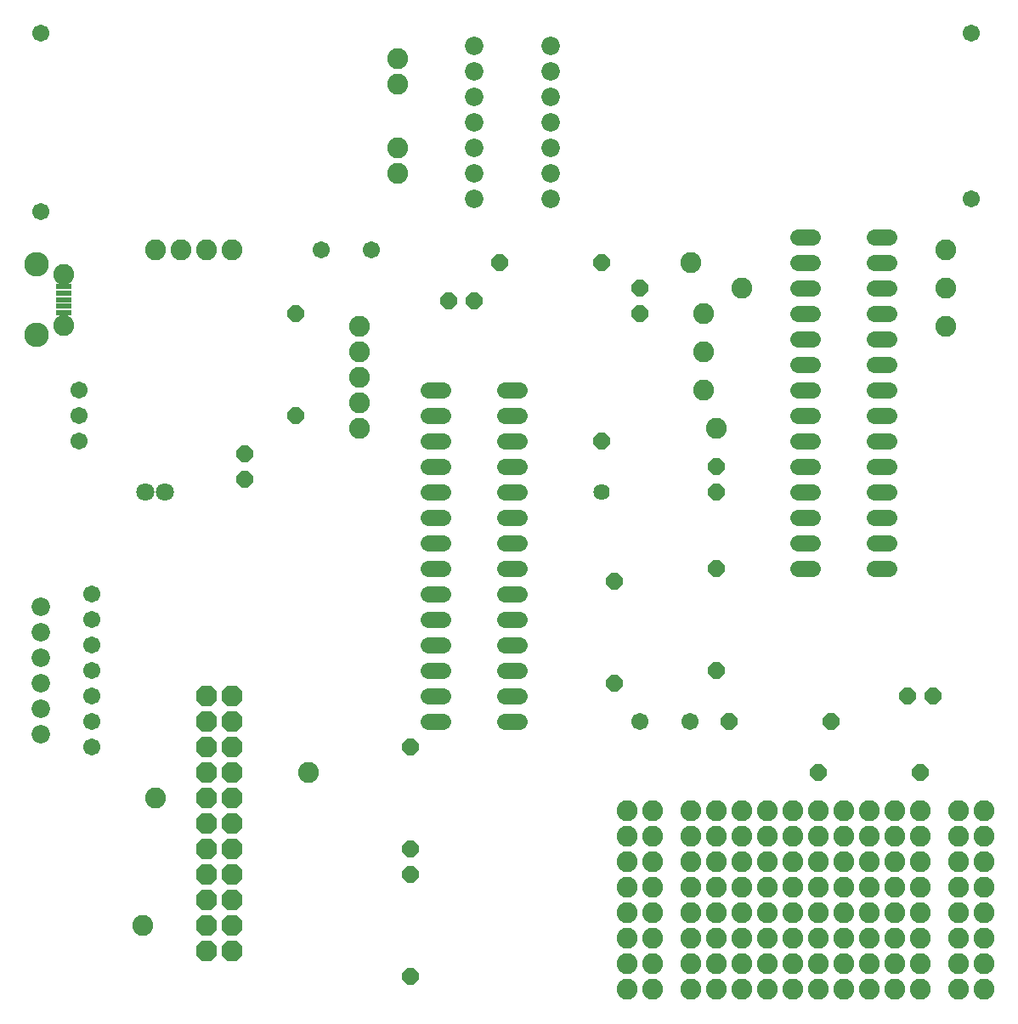
<source format=gbr>
G04 EAGLE Gerber RS-274X export*
G75*
%MOMM*%
%FSLAX34Y34*%
%LPD*%
%INSoldermask Top*%
%IPPOS*%
%AMOC8*
5,1,8,0,0,1.08239X$1,22.5*%
G01*
%ADD10C,1.703200*%
%ADD11C,1.625600*%
%ADD12R,1.553200X0.603200*%
%ADD13C,2.078200*%
%ADD14C,2.453200*%
%ADD15C,1.803200*%
%ADD16C,1.712800*%
%ADD17C,2.082800*%
%ADD18P,1.759533X8X22.500000*%
%ADD19P,1.759533X8X112.500000*%
%ADD20P,1.759533X8X292.500000*%
%ADD21C,1.625600*%
%ADD22C,1.832800*%
%ADD23P,1.759533X8X202.500000*%
%ADD24P,2.254402X8X112.500000*%


D10*
X38100Y800100D03*
X38100Y977900D03*
X965200Y977900D03*
X965200Y812800D03*
D11*
X438912Y622300D02*
X424688Y622300D01*
X424688Y596900D02*
X438912Y596900D01*
X438912Y571500D02*
X424688Y571500D01*
X424688Y546100D02*
X438912Y546100D01*
X438912Y520700D02*
X424688Y520700D01*
X424688Y495300D02*
X438912Y495300D01*
X438912Y469900D02*
X424688Y469900D01*
X424688Y444500D02*
X438912Y444500D01*
X438912Y419100D02*
X424688Y419100D01*
X424688Y393700D02*
X438912Y393700D01*
X438912Y368300D02*
X424688Y368300D01*
X424688Y342900D02*
X438912Y342900D01*
X438912Y317500D02*
X424688Y317500D01*
X424688Y292100D02*
X438912Y292100D01*
X500888Y292100D02*
X515112Y292100D01*
X515112Y317500D02*
X500888Y317500D01*
X500888Y342900D02*
X515112Y342900D01*
X515112Y368300D02*
X500888Y368300D01*
X500888Y393700D02*
X515112Y393700D01*
X515112Y419100D02*
X500888Y419100D01*
X500888Y444500D02*
X515112Y444500D01*
X515112Y469900D02*
X500888Y469900D01*
X500888Y495300D02*
X515112Y495300D01*
X515112Y520700D02*
X500888Y520700D01*
X500888Y546100D02*
X515112Y546100D01*
X515112Y571500D02*
X500888Y571500D01*
X500888Y596900D02*
X515112Y596900D01*
X515112Y622300D02*
X500888Y622300D01*
D12*
X61290Y725470D03*
X61290Y718970D03*
X61290Y712470D03*
X61290Y705970D03*
X61290Y699470D03*
D13*
X61290Y737870D03*
X61290Y687070D03*
D14*
X34290Y747470D03*
X34290Y677470D03*
D15*
X142400Y520700D03*
X162400Y520700D03*
D16*
X76200Y571900D03*
X76200Y596900D03*
X76200Y621900D03*
D17*
X152400Y762000D03*
X177800Y762000D03*
X203200Y762000D03*
X228600Y762000D03*
D18*
X444500Y711200D03*
X469900Y711200D03*
X495300Y749300D03*
X596900Y749300D03*
D17*
X355600Y685800D03*
X355600Y660400D03*
X355600Y635000D03*
X355600Y609600D03*
X355600Y584200D03*
D16*
X317900Y762000D03*
X367900Y762000D03*
D19*
X292100Y596900D03*
X292100Y698500D03*
D20*
X635000Y723900D03*
X635000Y698500D03*
D21*
X596900Y520700D03*
D19*
X596900Y571500D03*
D20*
X711200Y546100D03*
X711200Y520700D03*
D22*
X38100Y279400D03*
X38100Y304800D03*
X38100Y330200D03*
X38100Y355600D03*
X38100Y381000D03*
X38100Y406400D03*
D16*
X88900Y266700D03*
X88900Y292100D03*
X88900Y317500D03*
X88900Y342900D03*
X88900Y368300D03*
X88900Y393700D03*
X88900Y419100D03*
D11*
X792988Y774700D02*
X807212Y774700D01*
X807212Y749300D02*
X792988Y749300D01*
X792988Y723900D02*
X807212Y723900D01*
X807212Y698500D02*
X792988Y698500D01*
X792988Y673100D02*
X807212Y673100D01*
X807212Y647700D02*
X792988Y647700D01*
X792988Y622300D02*
X807212Y622300D01*
X807212Y596900D02*
X792988Y596900D01*
X792988Y571500D02*
X807212Y571500D01*
X807212Y546100D02*
X792988Y546100D01*
X792988Y520700D02*
X807212Y520700D01*
X807212Y495300D02*
X792988Y495300D01*
X792988Y469900D02*
X807212Y469900D01*
X807212Y444500D02*
X792988Y444500D01*
X869188Y444500D02*
X883412Y444500D01*
X883412Y469900D02*
X869188Y469900D01*
X869188Y495300D02*
X883412Y495300D01*
X883412Y520700D02*
X869188Y520700D01*
X869188Y546100D02*
X883412Y546100D01*
X883412Y571500D02*
X869188Y571500D01*
X869188Y596900D02*
X883412Y596900D01*
X883412Y622300D02*
X869188Y622300D01*
X869188Y647700D02*
X883412Y647700D01*
X883412Y673100D02*
X869188Y673100D01*
X869188Y698500D02*
X883412Y698500D01*
X883412Y723900D02*
X869188Y723900D01*
X869188Y749300D02*
X883412Y749300D01*
X883412Y774700D02*
X869188Y774700D01*
D19*
X241300Y533400D03*
X241300Y558800D03*
X609600Y330200D03*
X609600Y431800D03*
X711200Y342900D03*
X711200Y444500D03*
D23*
X914400Y241300D03*
X812800Y241300D03*
D18*
X901700Y317500D03*
X927100Y317500D03*
X723900Y292100D03*
X825500Y292100D03*
D16*
X685400Y292100D03*
X635400Y292100D03*
D22*
X469900Y812800D03*
X546100Y812800D03*
X546100Y838200D03*
X469900Y838200D03*
X469900Y863600D03*
X546100Y863600D03*
X546100Y889000D03*
X546100Y914400D03*
X546100Y939800D03*
X546100Y965200D03*
X469900Y965200D03*
X469900Y939800D03*
X469900Y914400D03*
X469900Y889000D03*
D17*
X393700Y838200D03*
X393700Y863600D03*
X393700Y927100D03*
X393700Y952500D03*
D24*
X228600Y63500D03*
X203200Y63500D03*
X228600Y88900D03*
X203200Y88900D03*
X228600Y114300D03*
X203200Y114300D03*
X228600Y139700D03*
X203200Y139700D03*
X228600Y165100D03*
X203200Y165100D03*
X228600Y190500D03*
X203200Y190500D03*
X228600Y215900D03*
X203200Y215900D03*
X228600Y241300D03*
X203200Y241300D03*
X228600Y266700D03*
X203200Y266700D03*
X228600Y292100D03*
X203200Y292100D03*
X228600Y317500D03*
X203200Y317500D03*
D19*
X406400Y38100D03*
X406400Y139700D03*
X406400Y165100D03*
X406400Y266700D03*
D17*
X139700Y88900D03*
X152400Y215900D03*
X304800Y241300D03*
X685800Y749300D03*
X736600Y723900D03*
X698500Y698500D03*
X698500Y660400D03*
X698500Y622300D03*
X711200Y584200D03*
X939800Y762000D03*
X939800Y723900D03*
X939800Y685800D03*
X685800Y25400D03*
X685800Y50800D03*
X685800Y76200D03*
X685800Y101600D03*
X685800Y127000D03*
X685800Y152400D03*
X685800Y177800D03*
X685800Y203200D03*
X711200Y25400D03*
X711200Y50800D03*
X711200Y76200D03*
X711200Y101600D03*
X711200Y127000D03*
X711200Y152400D03*
X711200Y177800D03*
X711200Y203200D03*
X736600Y25400D03*
X736600Y50800D03*
X736600Y76200D03*
X736600Y101600D03*
X736600Y127000D03*
X736600Y152400D03*
X736600Y177800D03*
X736600Y203200D03*
X762000Y25400D03*
X762000Y50800D03*
X762000Y76200D03*
X762000Y101600D03*
X762000Y127000D03*
X762000Y152400D03*
X762000Y177800D03*
X762000Y203200D03*
X787400Y25400D03*
X787400Y50800D03*
X787400Y76200D03*
X787400Y101600D03*
X787400Y127000D03*
X787400Y152400D03*
X787400Y177800D03*
X787400Y203200D03*
X812800Y25400D03*
X812800Y50800D03*
X812800Y76200D03*
X812800Y101600D03*
X812800Y127000D03*
X812800Y152400D03*
X812800Y177800D03*
X812800Y203200D03*
X838200Y25400D03*
X838200Y50800D03*
X838200Y76200D03*
X838200Y101600D03*
X838200Y127000D03*
X838200Y152400D03*
X838200Y177800D03*
X838200Y203200D03*
X863600Y25400D03*
X863600Y50800D03*
X863600Y76200D03*
X863600Y101600D03*
X863600Y127000D03*
X863600Y152400D03*
X863600Y177800D03*
X863600Y203200D03*
X889000Y25400D03*
X889000Y50800D03*
X889000Y76200D03*
X889000Y101600D03*
X889000Y127000D03*
X889000Y152400D03*
X889000Y177800D03*
X889000Y203200D03*
X914400Y25400D03*
X914400Y50800D03*
X914400Y76200D03*
X914400Y101600D03*
X914400Y127000D03*
X914400Y152400D03*
X914400Y177800D03*
X914400Y203200D03*
X622300Y25400D03*
X622300Y50800D03*
X622300Y76200D03*
X622300Y101600D03*
X622300Y127000D03*
X622300Y152400D03*
X622300Y177800D03*
X622300Y203200D03*
X647700Y25400D03*
X647700Y50800D03*
X647700Y76200D03*
X647700Y101600D03*
X647700Y127000D03*
X647700Y152400D03*
X647700Y177800D03*
X647700Y203200D03*
X977900Y25400D03*
X977900Y50800D03*
X977900Y76200D03*
X977900Y101600D03*
X977900Y127000D03*
X977900Y152400D03*
X977900Y177800D03*
X977900Y203200D03*
X952500Y25400D03*
X952500Y50800D03*
X952500Y76200D03*
X952500Y101600D03*
X952500Y127000D03*
X952500Y152400D03*
X952500Y177800D03*
X952500Y203200D03*
M02*

</source>
